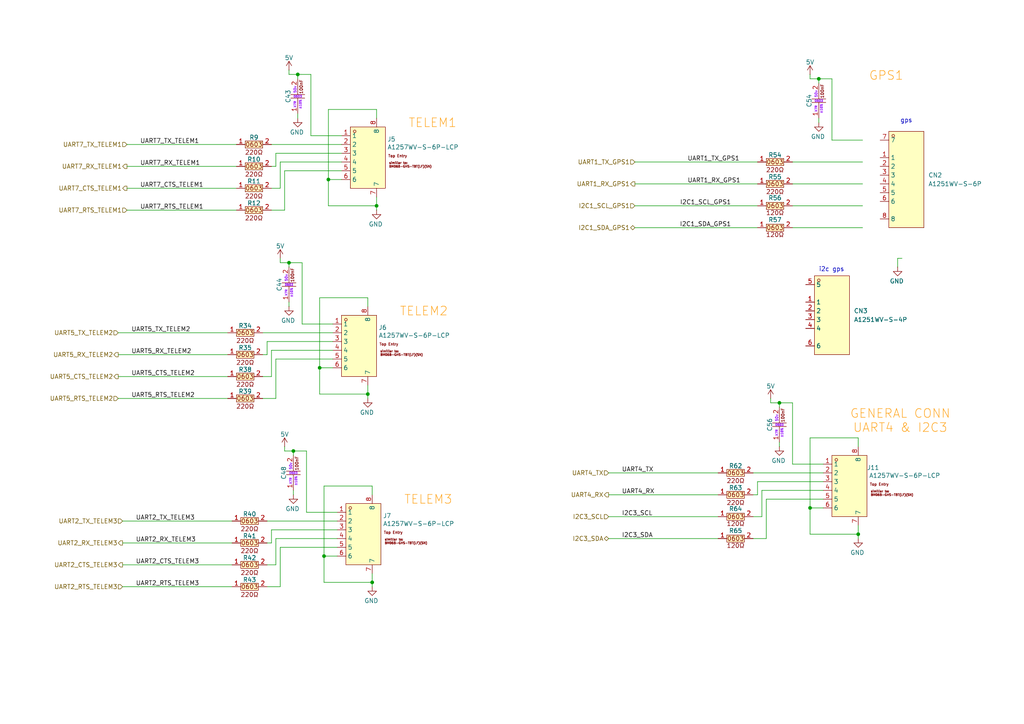
<source format=kicad_sch>
(kicad_sch (version 20250114) (generator "eeschema") (generator_version "9.0")
  (paper "A4")
  (text "TELEM1" (at 125.476 35.814 0) (effects (font (size 2.54 2.54))))
  (text "gps" (at 261.112 35.052 0) (effects (font (size 1.27 1.27)) (justify left)))
  (text "TELEM2" (at 122.936 90.424 0) (effects (font (size 2.54 2.54))))
  (text "GENERAL CONN\nUART4 & I2C3" (at 261.112 122.174 0) (effects (font (size 2.54 2.54))))
  (text "TELEM3" (at 124.206 145.034 0) (effects (font (size 2.54 2.54))))
  (text "buzzer" (at 405.892 47.752 0) (effects (font (size 1.27 1.27)) (justify left)))
  (text "i2c gps" (at 237.49 78.232 0) (effects (font (size 1.27 1.27)) (justify left)))
  (text "GPS2" (at 413.766 123.444 0) (effects (font (size 2.54 2.54))))
  (text "I2C" (at 376.174 192.278 0) (effects (font (size 1.27 1.27))))
  (text "GPS1" (at 257.048 22.098 0) (effects (font (size 2.54 2.54))))
  (text "Switch" (at 432.308 2.032 0) (effects (font (size 1.27 1.27)) (justify left)))
  (junction (at 397.51 147.32))
  (junction (at 85.09 130.81))
  (junction (at 377.19 90.17))
  (junction (at 248.92 154.94))
  (junction (at 374.65 109.22))
  (junction (at 226.06 116.84))
  (junction (at 95.25 52.07))
  (junction (at 93.98 161.29))
  (junction (at 396.24 58.42))
  (junction (at 109.22 59.69))
  (junction (at 388.62 48.26))
  (junction (at 383.54 139.7))
  (junction (at 92.71 106.68))
  (junction (at 86.36 21.59))
  (junction (at 234.95 147.32))
  (junction (at 396.24 71.12))
  (junction (at 363.22 77.47))
  (junction (at 107.95 168.91))
  (junction (at 106.68 114.3))
  (junction (at 83.82 76.2))
  (junction (at 237.49 22.86))
  (no_connect (at 365.76 200.66))
  (no_connect (at 365.76 182.88))
  (wire (pts (xy 383.54 139.7) (xy 387.35 139.7)))
  (wire (pts (xy 241.3 40.64) (xy 250.19 40.64)))
  (wire (pts (xy 78.74 153.67) (xy 97.79 153.67)))
  (wire (pts (xy 218.44 156.21) (xy 222.25 156.21)))
  (wire (pts (xy 80.01 115.57) (xy 80.01 104.14)))
  (wire (pts (xy 80.01 44.45) (xy 80.01 48.26)))
  (wire (pts (xy 325.12 135.89) (xy 356.87 135.89)))
  (wire (pts (xy 36.83 54.61) (xy 68.58 54.61)))
  (wire (pts (xy 95.25 52.07) (xy 99.06 52.07)))
  (wire (pts (xy 234.95 147.32) (xy 234.95 154.94)))
  (wire (pts (xy 85.09 142.24) (xy 85.09 143.51)))
  (wire (pts (xy 93.98 161.29) (xy 93.98 168.91)))
  (wire (pts (xy 218.44 137.16) (xy 238.76 137.16)))
  (wire (pts (xy 237.49 22.86) (xy 237.49 24.13)))
  (wire (pts (xy 86.36 21.59) (xy 86.36 22.86)))
  (wire (pts (xy 109.22 34.29) (xy 109.22 31.75)))
  (wire (pts (xy 394.97 12.7) (xy 415.29 12.7)))
  (wire (pts (xy 248.92 152.4) (xy 248.92 154.94)))
  (wire (pts (xy 349.25 6.35) (xy 384.81 6.35)))
  (wire (pts (xy 368.3 132.08) (xy 368.3 135.89)))
  (wire (pts (xy 81.28 46.99) (xy 81.28 54.61)))
  (wire (pts (xy 401.32 63.5) (xy 403.86 63.5)))
  (wire (pts (xy 388.62 58.42) (xy 396.24 58.42)))
  (wire (pts (xy 176.53 149.86) (xy 208.28 149.86)))
  (wire (pts (xy 34.29 96.52) (xy 66.04 96.52)))
  (wire (pts (xy 92.71 86.36) (xy 92.71 106.68)))
  (wire (pts (xy 184.15 46.99) (xy 219.71 46.99)))
  (wire (pts (xy 331.47 77.47) (xy 346.71 77.47)))
  (wire (pts (xy 397.51 119.38) (xy 383.54 119.38)))
  (wire (pts (xy 226.06 128.27) (xy 226.06 129.54)))
  (wire (pts (xy 374.65 109.22) (xy 378.46 109.22)))
  (wire (pts (xy 377.19 91.44) (xy 377.19 90.17)))
  (wire (pts (xy 81.28 170.18) (xy 81.28 158.75)))
  (wire (pts (xy 109.22 59.69) (xy 109.22 60.96)))
  (wire (pts (xy 81.28 76.2) (xy 83.82 76.2)))
  (wire (pts (xy 397.51 121.92) (xy 397.51 119.38)))
  (wire (pts (xy 248.92 127) (xy 234.95 127)))
  (wire (pts (xy 396.24 58.42) (xy 401.32 58.42)))
  (wire (pts (xy 93.98 140.97) (xy 93.98 161.29)))
  (wire (pts (xy 377.19 72.39) (xy 377.19 71.12)))
  (wire (pts (xy 106.68 114.3) (xy 106.68 115.57)))
  (wire (pts (xy 82.55 129.54) (xy 82.55 130.81)))
  (wire (pts (xy 325.12 129.54) (xy 356.87 129.54)))
  (wire (pts (xy 248.92 129.54) (xy 248.92 127)))
  (wire (pts (xy 229.87 53.34) (xy 250.19 53.34)))
  (wire (pts (xy 410.21 57.15) (xy 410.21 58.42)))
  (wire (pts (xy 234.95 127) (xy 234.95 147.32)))
  (wire (pts (xy 80.01 44.45) (xy 99.06 44.45)))
  (wire (pts (xy 325.12 142.24) (xy 356.87 142.24)))
  (wire (pts (xy 234.95 22.86) (xy 237.49 22.86)))
  (wire (pts (xy 383.54 48.26) (xy 383.54 49.53)))
  (wire (pts (xy 370.84 148.59) (xy 370.84 137.16)))
  (wire (pts (xy 363.22 77.47) (xy 363.22 78.74)))
  (wire (pts (xy 83.82 21.59) (xy 86.36 21.59)))
  (wire (pts (xy 76.2 96.52) (xy 96.52 96.52)))
  (wire (pts (xy 325.12 148.59) (xy 356.87 148.59)))
  (wire (pts (xy 349.25 25.4) (xy 384.81 25.4)))
  (wire (pts (xy 109.22 31.75) (xy 95.25 31.75)))
  (wire (pts (xy 220.98 142.24) (xy 220.98 149.86)))
  (wire (pts (xy 80.01 156.21) (xy 97.79 156.21)))
  (wire (pts (xy 367.03 142.24) (xy 369.57 142.24)))
  (wire (pts (xy 226.06 116.84) (xy 226.06 118.11)))
  (wire (pts (xy 34.29 102.87) (xy 66.04 102.87)))
  (wire (pts (xy 220.98 142.24) (xy 238.76 142.24)))
  (wire (pts (xy 76.2 109.22) (xy 78.74 109.22)))
  (wire (pts (xy 377.19 90.17) (xy 377.19 82.55)))
  (wire (pts (xy 349.25 19.05) (xy 384.81 19.05)))
  (wire (pts (xy 260.35 77.47) (xy 260.35 74.93)))
  (wire (pts (xy 222.25 144.78) (xy 238.76 144.78)))
  (wire (pts (xy 86.36 33.02) (xy 86.36 34.29)))
  (wire (pts (xy 383.54 119.38) (xy 383.54 139.7)))
  (wire (pts (xy 223.52 116.84) (xy 226.06 116.84)))
  (wire (pts (xy 241.3 22.86) (xy 241.3 40.64)))
  (wire (pts (xy 107.95 168.91) (xy 107.95 170.18)))
  (wire (pts (xy 107.95 143.51) (xy 107.95 140.97)))
  (wire (pts (xy 86.36 21.59) (xy 90.17 21.59)))
  (wire (pts (xy 92.71 106.68) (xy 92.71 114.3)))
  (wire (pts (xy 383.54 60.96) (xy 383.54 59.69)))
  (wire (pts (xy 34.29 115.57) (xy 66.04 115.57)))
  (wire (pts (xy 396.24 58.42) (xy 396.24 59.69)))
  (wire (pts (xy 378.46 109.22) (xy 378.46 127)))
  (wire (pts (xy 388.62 48.26) (xy 383.54 48.26)))
  (wire (pts (xy 388.62 48.26) (xy 388.62 58.42)))
  (wire (pts (xy 85.09 130.81) (xy 88.9 130.81)))
  (wire (pts (xy 349.25 12.7) (xy 384.81 12.7)))
  (wire (pts (xy 176.53 137.16) (xy 208.28 137.16)))
  (wire (pts (xy 78.74 153.67) (xy 78.74 157.48)))
  (wire (pts (xy 363.22 88.9) (xy 363.22 90.17)))
  (wire (pts (xy 35.56 157.48) (xy 67.31 157.48)))
  (wire (pts (xy 95.25 59.69) (xy 109.22 59.69)))
  (wire (pts (xy 383.54 139.7) (xy 383.54 147.32)))
  (wire (pts (xy 77.47 99.06) (xy 96.52 99.06)))
  (wire (pts (xy 83.82 76.2) (xy 87.63 76.2)))
  (wire (pts (xy 80.01 104.14) (xy 96.52 104.14)))
  (wire (pts (xy 396.24 71.12) (xy 401.32 71.12)))
  (wire (pts (xy 378.46 127) (xy 387.35 127)))
  (wire (pts (xy 219.71 139.7) (xy 219.71 143.51)))
  (wire (pts (xy 334.01 190.5) (xy 365.76 190.5)))
  (wire (pts (xy 229.87 46.99) (xy 250.19 46.99)))
  (wire (pts (xy 78.74 41.91) (xy 99.06 41.91)))
  (wire (pts (xy 83.82 87.63) (xy 83.82 88.9)))
  (wire (pts (xy 77.47 163.83) (xy 80.01 163.83)))
  (wire (pts (xy 35.56 163.83) (xy 67.31 163.83)))
  (wire (pts (xy 374.65 109.22) (xy 374.65 110.49)))
  (wire (pts (xy 80.01 48.26) (xy 78.74 48.26)))
  (wire (pts (xy 237.49 34.29) (xy 237.49 35.56)))
  (wire (pts (xy 218.44 149.86) (xy 220.98 149.86)))
  (wire (pts (xy 77.47 170.18) (xy 81.28 170.18)))
  (wire (pts (xy 34.29 109.22) (xy 66.04 109.22)))
  (wire (pts (xy 374.65 120.65) (xy 374.65 121.92)))
  (wire (pts (xy 397.51 144.78) (xy 397.51 147.32)))
  (wire (pts (xy 410.21 72.39) (xy 410.21 71.12)))
  (wire (pts (xy 234.95 147.32) (xy 238.76 147.32)))
  (wire (pts (xy 394.97 6.35) (xy 415.29 6.35)))
  (wire (pts (xy 92.71 106.68) (xy 96.52 106.68)))
  (wire (pts (xy 401.32 71.12) (xy 401.32 66.04)))
  (wire (pts (xy 82.55 130.81) (xy 85.09 130.81)))
  (wire (pts (xy 359.41 195.58) (xy 359.41 198.12)))
  (wire (pts (xy 81.28 46.99) (xy 99.06 46.99)))
  (wire (pts (xy 222.25 156.21) (xy 222.25 144.78)))
  (wire (pts (xy 369.57 77.47) (xy 363.22 77.47)))
  (wire (pts (xy 92.71 114.3) (xy 106.68 114.3)))
  (wire (pts (xy 369.57 134.62) (xy 369.57 142.24)))
  (wire (pts (xy 78.74 101.6) (xy 96.52 101.6)))
  (wire (pts (xy 88.9 130.81) (xy 88.9 148.59)))
  (wire (pts (xy 82.55 60.96) (xy 82.55 49.53)))
  (wire (pts (xy 35.56 151.13) (xy 67.31 151.13)))
  (wire (pts (xy 401.32 66.04) (xy 403.86 66.04)))
  (wire (pts (xy 78.74 54.61) (xy 81.28 54.61)))
  (wire (pts (xy 80.01 156.21) (xy 80.01 163.83)))
  (wire (pts (xy 226.06 116.84) (xy 229.87 116.84)))
  (wire (pts (xy 85.09 130.81) (xy 85.09 132.08)))
  (wire (pts (xy 388.62 48.26) (xy 388.62 46.99)))
  (wire (pts (xy 87.63 93.98) (xy 96.52 93.98)))
  (wire (pts (xy 90.17 21.59) (xy 90.17 39.37)))
  (wire (pts (xy 184.15 53.34) (xy 219.71 53.34)))
  (wire (pts (xy 383.54 147.32) (xy 397.51 147.32)))
  (wire (pts (xy 93.98 168.91) (xy 107.95 168.91)))
  (wire (pts (xy 184.15 59.69) (xy 219.71 59.69)))
  (wire (pts (xy 88.9 148.59) (xy 97.79 148.59)))
  (wire (pts (xy 36.83 41.91) (xy 68.58 41.91)))
  (wire (pts (xy 78.74 60.96) (xy 82.55 60.96)))
  (wire (pts (xy 372.11 109.22) (xy 374.65 109.22)))
  (wire (pts (xy 237.49 22.86) (xy 241.3 22.86)))
  (wire (pts (xy 370.84 137.16) (xy 387.35 137.16)))
  (wire (pts (xy 106.68 88.9) (xy 106.68 86.36)))
  (wire (pts (xy 359.41 195.58) (xy 365.76 195.58)))
  (wire (pts (xy 95.25 52.07) (xy 95.25 59.69)))
  (wire (pts (xy 109.22 57.15) (xy 109.22 59.69)))
  (wire (pts (xy 334.01 187.96) (xy 365.76 187.96)))
  (wire (pts (xy 396.24 69.85) (xy 396.24 71.12)))
  (wire (pts (xy 367.03 129.54) (xy 387.35 129.54)))
  (wire (pts (xy 93.98 161.29) (xy 97.79 161.29)))
  (wire (pts (xy 401.32 58.42) (xy 401.32 63.5)))
  (wire (pts (xy 363.22 90.17) (xy 377.19 90.17)))
  (wire (pts (xy 377.19 71.12) (xy 396.24 71.12)))
  (wire (pts (xy 367.03 148.59) (xy 370.84 148.59)))
  (wire (pts (xy 219.71 143.51) (xy 218.44 143.51)))
  (wire (pts (xy 90.17 39.37) (xy 99.06 39.37)))
  (wire (pts (xy 219.71 139.7) (xy 238.76 139.7)))
  (wire (pts (xy 397.51 147.32) (xy 397.51 148.59)))
  (wire (pts (xy 77.47 151.13) (xy 97.79 151.13)))
  (wire (pts (xy 77.47 99.06) (xy 77.47 102.87)))
  (wire (pts (xy 76.2 115.57) (xy 80.01 115.57)))
  (wire (pts (xy 234.95 21.59) (xy 234.95 22.86)))
  (wire (pts (xy 351.79 196.85) (xy 351.79 198.12)))
  (wire (pts (xy 368.3 132.08) (xy 387.35 132.08)))
  (wire (pts (xy 355.6 193.04) (xy 365.76 193.04)))
  (wire (pts (xy 229.87 59.69) (xy 250.19 59.69)))
  (wire (pts (xy 78.74 101.6) (xy 78.74 109.22)))
  (wire (pts (xy 77.47 102.87) (xy 76.2 102.87)))
  (wire (pts (xy 36.83 60.96) (xy 68.58 60.96)))
  (wire (pts (xy 36.83 48.26) (xy 68.58 48.26)))
  (wire (pts (xy 394.97 25.4) (xy 415.29 25.4)))
  (wire (pts (xy 223.52 115.57) (xy 223.52 116.84)))
  (wire (pts (xy 106.68 111.76) (xy 106.68 114.3)))
  (wire (pts (xy 356.87 77.47) (xy 363.22 77.47)))
  (wire (pts (xy 107.95 140.97) (xy 93.98 140.97)))
  (wire (pts (xy 229.87 116.84) (xy 229.87 134.62)))
  (wire (pts (xy 229.87 134.62) (xy 238.76 134.62)))
  (wire (pts (xy 260.35 74.93) (xy 261.62 74.93)))
  (wire (pts (xy 372.11 107.95) (xy 372.11 109.22)))
  (wire (pts (xy 369.57 134.62) (xy 387.35 134.62)))
  (wire (pts (xy 87.63 76.2) (xy 87.63 93.98)))
  (wire (pts (xy 351.79 198.12) (xy 355.6 198.12)))
  (wire (pts (xy 107.95 166.37) (xy 107.95 168.91)))
  (wire (pts (xy 176.53 156.21) (xy 208.28 156.21)))
  (wire (pts (xy 234.95 154.94) (xy 248.92 154.94)))
  (wire (pts (xy 82.55 49.53) (xy 99.06 49.53)))
  (wire (pts (xy 83.82 20.32) (xy 83.82 21.59)))
  (wire (pts (xy 368.3 135.89) (xy 367.03 135.89)))
  (wire (pts (xy 35.56 170.18) (xy 67.31 170.18)))
  (wire (pts (xy 248.92 154.94) (xy 248.92 156.21)))
  (wire (pts (xy 176.53 143.51) (xy 208.28 143.51)))
  (wire (pts (xy 81.28 74.93) (xy 81.28 76.2)))
  (wire (pts (xy 106.68 86.36) (xy 92.71 86.36)))
  (wire (pts (xy 95.25 31.75) (xy 95.25 52.07)))
  (wire (pts (xy 394.97 19.05) (xy 415.29 19.05)))
  (wire (pts (xy 78.74 157.48) (xy 77.47 157.48)))
  (wire (pts (xy 83.82 76.2) (xy 83.82 77.47)))
  (wire (pts (xy 355.6 198.12) (xy 355.6 193.04)))
  (wire (pts (xy 81.28 158.75) (xy 97.79 158.75)))
  (wire (pts (xy 184.15 66.04) (xy 219.71 66.04)))
  (wire (pts (xy 229.87 66.04) (xy 250.19 66.04)))
  (label "UART5_TX_TELEM2" (at 38.1 96.52 0))
  (label "UART2_RTS_TELEM3" (at 39.37 170.18 0))
  (label "UART1_RX_GPS1" (at 199.39 53.34 0))
  (label "UART7_CTS_TELEM1" (at 40.64 54.61 0))
  (label "I2C3_SDA" (at 180.34 156.21 0))
  (label "UART7_TX_TELEM1" (at 40.64 41.91 0))
  (label "I2C1_SCL_GPS1" (at 212.09 59.69 180))
  (label "FMU_nSAFETY_SWITCH_LED_OUT" (at 383.54 19.05 180))
  (label "UART7_RTS_TELEM1" (at 40.64 60.96 0))
  (label "UART1_TX_GPS1" (at 199.39 46.99 0))
  (label "UART8_TX_GPS2" (at 332.74 129.54 0))
  (label "UART5_CTS_TELEM2" (at 38.1 109.22 0))
  (label "UART5_RX_TELEM2" (at 38.1 102.87 0))
  (label "BUZZER_1" (at 342.9 77.47 180))
  (label "IO_SAFETY_SWITCH_IN" (at 360.68 12.7 0))
  (label "UART2_RX_TELEM3" (at 39.37 157.48 0))
  (label "UART2_CTS_TELEM3" (at 39.37 163.83 0))
  (label "I2C2_SDA_GPS2" (at 332.74 148.59 0))
  (label "UART7_RX_TELEM1" (at 40.64 48.26 0))
  (label "I2C3_SDA" (at 354.33 190.5 0))
  (label "FMU_SAFETY_SWITCH_IN" (at 383.54 6.35 180))
  (label "UART4_TX" (at 180.34 137.16 0))
  (label "I2C3_SCL" (at 180.34 149.86 0))
  (label "UART8_RX_GPS2" (at 332.74 135.89 0))
  (label "I2C2_SCL_GPS2" (at 332.74 142.24 0))
  (label "UART2_TX_TELEM3" (at 39.37 151.13 0))
  (label "I2C3_SCL" (at 354.33 187.96 0))
  (label "IO_NSAFETY_SWITCH_LED_OUT" (at 355.6 25.4 0))
  (label "UART5_RTS_TELEM2" (at 38.1 115.57 0))
  (label "UART4_RX" (at 180.34 143.51 0))
  (label "I2C1_SDA_GPS1" (at 212.09 66.04 180))
  (hierarchical_label "UART2_RTS_TELEM3" (shape input) (at 35.56 170.18 180))
  (hierarchical_label "UART7_RX_TELEM1" (shape output) (at 36.83 48.26 180))
  (hierarchical_label "FMU_SAFETY_SWITCH_IN" (shape output) (at 349.25 6.35 180))
  (hierarchical_label "IO_SAFETY_SWITCH_IN" (shape output) (at 349.25 12.7 180))
  (hierarchical_label "UART5_TX_TELEM2" (shape input) (at 34.29 96.52 180))
  (hierarchical_label "UART1_RX_GPS1" (shape output) (at 184.15 53.34 180))
  (hierarchical_label "UART8_RX_GPS2" (shape output) (at 325.12 135.89 180))
  (hierarchical_label "IO_NSAFETY_SWITCH_LED_OUT" (shape input) (at 349.25 25.4 180))
  (hierarchical_label "UART5_RX_TELEM2" (shape output) (at 34.29 102.87 180))
  (hierarchical_label "I2C3_SDA" (shape bidirectional) (at 176.53 156.21 180))
  (hierarchical_label "UART2_TX_TELEM3" (shape input) (at 35.56 151.13 180))
  (hierarchical_label "BUZZER_1" (shape input) (at 331.47 77.47 180))
  (hierarchical_label "I2C2_SDA_GPS2" (shape bidirectional) (at 325.12 148.59 180))
  (hierarchical_label "UART4_TX" (shape input) (at 176.53 137.16 180))
  (hierarchical_label "I2C3_SCL" (shape input) (at 176.53 149.86 180))
  (hierarchical_label "UART2_CTS_TELEM3" (shape output) (at 35.56 163.83 180))
  (hierarchical_label "UART5_CTS_TELEM2" (shape output) (at 34.29 109.22 180))
  (hierarchical_label "I2C2_SCL_GPS2" (shape input) (at 325.12 142.24 180))
  (hierarchical_label "I2C1_SCL_GPS1" (shape input) (at 184.15 59.69 180))
  (hierarchical_label "UART7_TX_TELEM1" (shape input) (at 36.83 41.91 180))
  (hierarchical_label "I2C1_SDA_GPS1" (shape bidirectional) (at 184.15 66.04 180))
  (hierarchical_label "UART7_CTS_TELEM1" (shape output) (at 36.83 54.61 180))
  (hierarchical_label "UART7_RTS_TELEM1" (shape input) (at 36.83 60.96 180))
  (hierarchical_label "FMU_nSAFETY_SWITCH_LED_OUT" (shape input) (at 349.25 19.05 180))
  (hierarchical_label "UART1_TX_GPS1" (shape input) (at 184.15 46.99 180))
  (hierarchical_label "UART2_RX_TELEM3" (shape output) (at 35.56 157.48 180))
  (hierarchical_label "UART8_TX_GPS2" (shape input) (at 325.12 129.54 180))
  (hierarchical_label "UART4_RX" (shape output) (at 176.53 143.51 180))
  (hierarchical_label "UART5_RTS_TELEM2" (shape input) (at 34.29 115.57 180))
  (symbol (lib_id "lampelKicadLIB:0603WAF2200T5E (220ohm  , 0603)") (at 361.95 148.59 0) (unit 1)
    (property "Reference" "R49" (at 361.95 146.558 0))
    (property "Value" "0603WAF2200T5E (220ohm  , 0603)" (effects (hide yes)))
    (property "Footprint" "easyeda2kicad:R0603" (effects (hide yes)))
    (property "Datasheet" "https://lcsc.com/product-detail/Chip-Resistor-Surface-Mount-UniOhm_220R-2200-1_C22962.html" (effects (hide yes)))
    (property "Description" "220Ω ±1% 100mW 0603 Thick Film Resistor" (effects (hide yes)))
    (property "LCSC Part" "C22962" (effects (hide yes)))
  )
  (symbol (lib_id "lampelKicadLIB:0603WAF2200T5E (220ohm  , 0603)") (at 72.39 163.83 0) (unit 1)
    (property "Reference" "R42" (at 72.39 161.798 0))
    (property "Value" "0603WAF2200T5E (220ohm  , 0603)" (effects (hide yes)))
    (property "Footprint" "easyeda2kicad:R0603" (effects (hide yes)))
    (property "Datasheet" "https://lcsc.com/product-detail/Chip-Resistor-Surface-Mount-UniOhm_220R-2200-1_C22962.html" (effects (hide yes)))
    (property "Description" "220Ω ±1% 100mW 0603 Thick Film Resistor" (effects (hide yes)))
    (property "LCSC Part" "C22962" (effects (hide yes)))
  )
  (symbol (lib_id "power:VDD") (at 82.55 129.54 0) (mirror y) (unit 1)
    (property "Reference" "#PWR0110" (effects (hide yes)))
    (property "Value" "5V" (at 82.55 125.984 0))
    (property "Description" "Power symbol creates a global label with name \"VDD\"" (effects (hide yes)))
  )
  (symbol (lib_id "lampelKicadLIB:0603WAF2200T5E (220ohm  , 0603)") (at 361.95 129.54 0) (unit 1)
    (property "Reference" "R46" (at 361.95 127.508 0))
    (property "Value" "0603WAF2200T5E (220ohm  , 0603)" (effects (hide yes)))
    (property "Footprint" "easyeda2kicad:R0603" (effects (hide yes)))
    (property "Datasheet" "https://lcsc.com/product-detail/Chip-Resistor-Surface-Mount-UniOhm_220R-2200-1_C22962.html" (effects (hide yes)))
    (property "Description" "220Ω ±1% 100mW 0603 Thick Film Resistor" (effects (hide yes)))
    (property "LCSC Part" "C22962" (effects (hide yes)))
  )
  (symbol (lib_id "lampelKicadLIB:0603WAF1200T5E (120ohm,0603)") (at 224.79 59.69 0) (unit 1)
    (property "Reference" "R56" (at 224.79 57.404 0))
    (property "Value" "603WAF1200T5E" (effects (hide yes)))
    (property "Footprint" "easyeda2kicad:R0603" (effects (hide yes)))
    (property "Datasheet" "https://lcsc.com/product-detail/Chip-Resistor-Surface-Mount-UniOhm_120R-1200-1_C22787.html" (effects (hide yes)))
    (property "Description" "120Ω ±1% 100mW 0603 Thick Film Resistor" (effects (hide yes)))
    (property "LCSC Part" "C22787" (effects (hide yes)))
  )
  (symbol (lib_id "easyeda2kicad:0603WAF1002T5E") (at 363.22 83.82 90) (unit 1)
    (property "Reference" "R94" (at 364.49 83.058 90) (effects (justify right)))
    (property "Value" "0603WAF1002T5E" (effects (hide yes)))
    (property "Footprint" "easyeda2kicad:R0603" (effects (hide yes)))
    (property "Datasheet" "https://lcsc.com/product-detail/Chip-Resistor-Surface-Mount-UniOhm_10KR-1002-1_C25804.html" (effects (hide yes)))
    (property "Description" "10k" (at 366.268 84.836 90))
    (property "LCSC Part" "C25804" (effects (hide yes)))
    (property "Field6" "0603" (at 363.22 83.82 0))
  )
  (symbol (lib_id "lampelKicadLIB:CC0603KRX7R9BB104 (100nf , 0603 ,50v ,X7R)") (at 374.65 115.57 90) (unit 1)
    (property "Reference" "C53" (at 371.856 115.57 0))
    (property "Value" "CC0603KRX7R9BB104 (100nf , 0603 ,50v ,X7R)" (effects (hide yes)))
    (property "Footprint" "easyeda2kicad:C0603" (effects (hide yes)))
    (property "Datasheet" "https://lcsc.com/product-detail/Multilayer-Ceramic-Capacitors-MLCC-SMD-SMT_100nF-104-10-50V_C14663.html" (effects (hide yes)))
    (property "Description" "100nF ±10% 50V Ceramic Capacitor X7R 0603" (effects (hide yes)))
    (property "LCSC Part" "C14663" (effects (hide yes)))
  )
  (symbol (lib_id "lampelKicadLIB:HCZZ0494-2") (at 408.94 64.77 0) (unit 1)
    (property "Reference" "J3" (at 412.75 63.4999 0) (effects (justify left)))
    (property "Value" "HCZZ0494-2" (at 412.75 66.0399 0) (effects (justify left)))
    (property "Footprint" "easyeda2kicad:CONN-SMD_HCZZ0494-2" (effects (hide yes)))
    (property "Datasheet" "https://www.lcsc.com/product-detail/C7433498.html" (effects (hide yes)))
    (property "Description" "Connector Header 2 position 1.25mm Pitch 1A Surface Mount,Vertical -25℃~+85℃" (effects (hide yes)))
    (property "LCSC Part" "C7433498" (effects (hide yes)))
  )
  (symbol (lib_id "lampelKicadLIB:0603WAF1200T5E (120ohm,0603)") (at 213.36 156.21 0) (unit 1)
    (property "Reference" "R65" (at 213.36 153.924 0))
    (property "Value" "603WAF1200T5E" (effects (hide yes)))
    (property "Footprint" "easyeda2kicad:R0603" (effects (hide yes)))
    (property "Datasheet" "https://lcsc.com/product-detail/Chip-Resistor-Surface-Mount-UniOhm_120R-1200-1_C22787.html" (effects (hide yes)))
    (property "Description" "120Ω ±1% 100mW 0603 Thick Film Resistor" (effects (hide yes)))
    (property "LCSC Part" "C22787" (effects (hide yes)))
  )
  (symbol (lib_id "lampelKicadLIB:0603WAF2200T5E (220ohm  , 0603)") (at 213.36 143.51 0) (unit 1)
    (property "Reference" "R63" (at 213.36 141.478 0))
    (property "Value" "0603WAF2200T5E (220ohm  , 0603)" (effects (hide yes)))
    (property "Footprint" "easyeda2kicad:R0603" (effects (hide yes)))
    (property "Datasheet" "https://lcsc.com/product-detail/Chip-Resistor-Surface-Mount-UniOhm_220R-2200-1_C22962.html" (effects (hide yes)))
    (property "Description" "220Ω ±1% 100mW 0603 Thick Film Resistor" (effects (hide yes)))
    (property "LCSC Part" "C22962" (effects (hide yes)))
  )
  (symbol (lib_id "lampelKicadLIB:0603WAF2200T5E (220ohm  , 0603)") (at 72.39 170.18 0) (unit 1)
    (property "Reference" "R43" (at 72.39 168.148 0))
    (property "Value" "0603WAF2200T5E (220ohm  , 0603)" (effects (hide yes)))
    (property "Footprint" "easyeda2kicad:R0603" (effects (hide yes)))
    (property "Datasheet" "https://lcsc.com/product-detail/Chip-Resistor-Surface-Mount-UniOhm_220R-2200-1_C22962.html" (effects (hide yes)))
    (property "Description" "220Ω ±1% 100mW 0603 Thick Film Resistor" (effects (hide yes)))
    (property "LCSC Part" "C22962" (effects (hide yes)))
  )
  (symbol (lib_id "power:VDD") (at 388.62 46.99 0) (unit 1)
    (property "Reference" "#PWR0175" (effects (hide yes)))
    (property "Value" "3V3" (at 388.62 43.434 0))
    (property "Description" "Power symbol creates a global label with name \"VDD\"" (effects (hide yes)))
  )
  (symbol (lib_id "lampelKicadLIB:A1251WV-S-3P") (at 434.34 15.24 0) (unit 1)
    (property "Reference" "CN1" (at 441.96 13.9699 0) (effects (justify left)))
    (property "Value" "A1251WV-S-3P" (at 441.96 16.5099 0) (effects (justify left)))
    (property "Footprint" "easyeda2kicad:CONN-SMD_3P-P1.25_A1251WV-S-3P" (effects (hide yes)))
    (property "Datasheet" "https://www.lcsc.com/product-detail/C225105.html" (effects (hide yes)))
    (property "Description" "Connector Header 3 position 1.25mm Pitch" (effects (hide yes)))
    (property "LCSC Part" "C225105" (effects (hide yes)))
  )
  (symbol (lib_id "lampelKicadLIB:0603WAF2200T5E (220ohm  , 0603)") (at 71.12 109.22 0) (unit 1)
    (property "Reference" "R38" (at 71.12 107.188 0))
    (property "Value" "0603WAF2200T5E (220ohm  , 0603)" (effects (hide yes)))
    (property "Footprint" "easyeda2kicad:R0603" (effects (hide yes)))
    (property "Datasheet" "https://lcsc.com/product-detail/Chip-Resistor-Surface-Mount-UniOhm_220R-2200-1_C22962.html" (effects (hide yes)))
    (property "Description" "220Ω ±1% 100mW 0603 Thick Film Resistor" (effects (hide yes)))
    (property "LCSC Part" "C22962" (effects (hide yes)))
  )
  (symbol (lib_id "power:GND") (at 377.19 91.44 0) (mirror y) (unit 1)
    (property "Reference" "#PWR0177" (effects (hide yes)))
    (property "Value" "GND" (at 376.936 95.504 0))
    (property "Description" "Power symbol creates a global label with name \"GND\" , ground" (effects (hide yes)))
  )
  (symbol (lib_id "power:VDD") (at 351.79 196.85 0) (mirror y) (unit 1)
    (property "Reference" "#PWR0139" (effects (hide yes)))
    (property "Value" "3V3" (at 351.79 193.294 0))
    (property "Description" "Power symbol creates a global label with name \"VDD\"" (effects (hide yes)))
  )
  (symbol (lib_id "lampelKicadLIB:CC0603KRX7R9BB104 (100nf , 0603 ,50v ,X7R)") (at 226.06 123.19 90) (unit 1)
    (property "Reference" "C56" (at 223.266 123.19 0))
    (property "Value" "CC0603KRX7R9BB104 (100nf , 0603 ,50v ,X7R)" (effects (hide yes)))
    (property "Footprint" "easyeda2kicad:C0603" (effects (hide yes)))
    (property "Datasheet" "https://lcsc.com/product-detail/Multilayer-Ceramic-Capacitors-MLCC-SMD-SMT_100nF-104-10-50V_C14663.html" (effects (hide yes)))
    (property "Description" "100nF ±10% 50V Ceramic Capacitor X7R 0603" (effects (hide yes)))
    (property "LCSC Part" "C14663" (effects (hide yes)))
  )
  (symbol (lib_id "lampelKicadLIB:0603WAF2200T5E (220ohm  , 0603)") (at 224.79 46.99 0) (unit 1)
    (property "Reference" "R54" (at 224.79 44.958 0))
    (property "Value" "0603WAF2200T5E (220ohm  , 0603)" (effects (hide yes)))
    (property "Footprint" "easyeda2kicad:R0603" (effects (hide yes)))
    (property "Datasheet" "https://lcsc.com/product-detail/Chip-Resistor-Surface-Mount-UniOhm_220R-2200-1_C22962.html" (effects (hide yes)))
    (property "Description" "220Ω ±1% 100mW 0603 Thick Film Resistor" (effects (hide yes)))
    (property "LCSC Part" "C22962" (effects (hide yes)))
  )
  (symbol (lib_id "lampelKicadLIB:0603WAF2200T5E (220ohm  , 0603)") (at 72.39 151.13 0) (unit 1)
    (property "Reference" "R40" (at 72.39 149.098 0))
    (property "Value" "0603WAF2200T5E (220ohm  , 0603)" (effects (hide yes)))
    (property "Footprint" "easyeda2kicad:R0603" (effects (hide yes)))
    (property "Datasheet" "https://lcsc.com/product-detail/Chip-Resistor-Surface-Mount-UniOhm_220R-2200-1_C22962.html" (effects (hide yes)))
    (property "Description" "220Ω ±1% 100mW 0603 Thick Film Resistor" (effects (hide yes)))
    (property "LCSC Part" "C22962" (effects (hide yes)))
  )
  (symbol (lib_id "power:GND") (at 226.06 129.54 0) (mirror y) (unit 1)
    (property "Reference" "#PWR0137" (effects (hide yes)))
    (property "Value" "GND" (at 225.806 133.604 0))
    (property "Description" "Power symbol creates a global label with name \"GND\" , ground" (effects (hide yes)))
  )
  (symbol (lib_id "lampelKicadLIB:A1257WV-S-6P-LCP") (at 102.87 100.33 0) (unit 1)
    (property "Reference" "J6" (at 110.998 94.996 0))
    (property "Value" "A1257WV-S-6P-LCP" (at 120.142 97.282 0))
    (property "Footprint" "easyeda2kicad:CONN-SMD_A1257WV-S-6P" (effects (hide yes)))
    (property "Datasheet" "https://lcsc.com/product-detail/Connectors_Changjiang-Connectors-A1257WV-S-6P_C225122.html" (effects (hide yes)))
    (property "Description" "Connector Header 6 position 1.25mm Pitch" (effects (hide yes)))
    (property "LCSC Part" "C225122" (effects (hide yes)))
  )
  (symbol (lib_id "lampelKicadLIB:0603WAF1000T5E (100ohm , 0603)") (at 389.89 25.4 0) (unit 1)
    (property "Reference" "R61" (at 389.89 23.368 0))
    (property "Value" "603WAF1000T5E (100ohm , 0603)" (effects (hide yes)))
    (property "Footprint" "easyeda2kicad:R0603" (effects (hide yes)))
    (property "Datasheet" "https://lcsc.com/product-detail/Chip-Resistor-Surface-Mount-UniOhm_100R-1000-1_C22775.html" (effects (hide yes)))
    (property "Description" "100Ω ±1% 100mW 0603 Thick Film Resistor" (effects (hide yes)))
    (property "LCSC Part" "C22775" (effects (hide yes)))
  )
  (symbol (lib_id "lampelKicadLIB:A1257WV-S-6P-LCP") (at 105.41 45.72 0) (unit 1)
    (property "Reference" "J5" (at 113.538 40.386 0))
    (property "Value" "A1257WV-S-6P-LCP" (at 122.682 42.672 0))
    (property "Footprint" "easyeda2kicad:CONN-SMD_A1257WV-S-6P" (effects (hide yes)))
    (property "Datasheet" "https://lcsc.com/product-detail/Connectors_Changjiang-Connectors-A1257WV-S-6P_C225122.html" (effects (hide yes)))
    (property "Description" "Connector Header 6 position 1.25mm Pitch" (effects (hide yes)))
    (property "LCSC Part" "C225122" (effects (hide yes)))
  )
  (symbol (lib_id "lampelKicadLIB:1N4148WS_C917117") (at 396.24 64.77 90) (mirror x) (unit 1)
    (property "Reference" "D1" (at 392.684 65.532 90))
    (property "Value" "1N4148WS" (at 396.24 73.152 90))
    (property "Footprint" "easyeda2kicad:SOD-323_L1.8-W1.3-LS2.5-RD" (effects (hide yes)))
    (property "Datasheet" "https://www.lcsc.com/product-detail/C917117.html" (effects (hide yes)))
    (property "Description" "Diode Independent 75V 200mA Surface Mount SOD-323" (effects (hide yes)))
    (property "LCSC Part" "C917117" (effects (hide yes)))
  )
  (symbol (lib_id "lampelKicadLIB:0603WAF220JT5E (22ohm , 0603)") (at 389.89 6.35 0) (unit 1)
    (property "Reference" "R58" (at 389.89 4.318 0))
    (property "Value" "603WAF220JT5E (22ohm , 0603)" (effects (hide yes)))
    (property "Footprint" "easyeda2kicad:R0603" (effects (hide yes)))
    (property "Datasheet" "https://lcsc.com/product-detail/Chip-Resistor-Surface-Mount-UniOhm_22R-22R0-1_C23345.html" (effects (hide yes)))
    (property "Description" "22Ω ±1% 100mW 0603 Thick Film Resistor" (effects (hide yes)))
    (property "LCSC Part" "C23345" (effects (hide yes)))
  )
  (symbol (lib_id "power:VDD") (at 81.28 74.93 0) (mirror y) (unit 1)
    (property "Reference" "#PWR0109" (effects (hide yes)))
    (property "Value" "5V" (at 81.28 71.374 0))
    (property "Description" "Power symbol creates a global label with name \"VDD\"" (effects (hide yes)))
  )
  (symbol (lib_id "lampelKicadLIB:0603WAF2200T5E (220ohm  , 0603)") (at 351.79 77.47 0) (unit 1)
    (property "Reference" "R95" (at 351.79 75.438 0))
    (property "Value" "0603WAF2200T5E (220ohm  , 0603)" (effects (hide yes)))
    (property "Footprint" "easyeda2kicad:R0603" (effects (hide yes)))
    (property "Datasheet" "https://lcsc.com/product-detail/Chip-Resistor-Surface-Mount-UniOhm_220R-2200-1_C22962.html" (effects (hide yes)))
    (property "Description" "220Ω ±1% 100mW 0603 Thick Film Resistor" (effects (hide yes)))
    (property "LCSC Part" "C22962" (effects (hide yes)))
  )
  (symbol (lib_id "lampelKicadLIB:0603WAF2200T5E (220ohm  , 0603)") (at 361.95 142.24 0) (unit 1)
    (property "Reference" "R48" (at 361.95 140.208 0))
    (property "Value" "0603WAF2200T5E (220ohm  , 0603)" (effects (hide yes)))
    (property "Footprint" "easyeda2kicad:R0603" (effects (hide yes)))
    (property "Datasheet" "https://lcsc.com/product-detail/Chip-Resistor-Surface-Mount-UniOhm_220R-2200-1_C22962.html" (effects (hide yes)))
    (property "Description" "220Ω ±1% 100mW 0603 Thick Film Resistor" (effects (hide yes)))
    (property "LCSC Part" "C22962" (effects (hide yes)))
  )
  (symbol (lib_id "lampelKicadLIB:CC0603KRX7R9BB104 (100nf , 0603 ,50v ,X7R)") (at 237.49 29.21 90) (unit 1)
    (property "Reference" "C54" (at 234.696 29.21 0))
    (property "Value" "CC0603KRX7R9BB104 (100nf , 0603 ,50v ,X7R)" (effects (hide yes)))
    (property "Footprint" "easyeda2kicad:C0603" (effects (hide yes)))
    (property "Datasheet" "https://lcsc.com/product-detail/Multilayer-Ceramic-Capacitors-MLCC-SMD-SMT_100nF-104-10-50V_C14663.html" (effects (hide yes)))
    (property "Description" "100nF ±10% 50V Ceramic Capacitor X7R 0603" (effects (hide yes)))
    (property "LCSC Part" "C14663" (effects (hide yes)))
  )
  (symbol (lib_id "power:GND") (at 397.51 148.59 0) (mirror y) (unit 1)
    (property "Reference" "#PWR0119" (effects (hide yes)))
    (property "Value" "GND" (at 397.256 152.654 0))
    (property "Description" "Power symbol creates a global label with name \"GND\" , ground" (effects (hide yes)))
  )
  (symbol (lib_id "lampelKicadLIB:A1257WV-S-6P-LCP") (at 104.14 154.94 0) (unit 1)
    (property "Reference" "J7" (at 112.268 149.606 0))
    (property "Value" "A1257WV-S-6P-LCP" (at 121.412 151.892 0))
    (property "Footprint" "easyeda2kicad:CONN-SMD_A1257WV-S-6P" (effects (hide yes)))
    (property "Datasheet" "https://lcsc.com/product-detail/Connectors_Changjiang-Connectors-A1257WV-S-6P_C225122.html" (effects (hide yes)))
    (property "Description" "Connector Header 6 position 1.25mm Pitch" (effects (hide yes)))
    (property "LCSC Part" "C225122" (effects (hide yes)))
  )
  (symbol (lib_id "lampelKicadLIB:A1257WV-S-6P-LCP") (at 393.7 133.35 0) (unit 1)
    (property "Reference" "J8" (at 401.828 128.016 0))
    (property "Value" "A1257WV-S-6P-LCP" (at 410.972 130.302 0))
    (property "Footprint" "easyeda2kicad:CONN-SMD_A1257WV-S-6P" (effects (hide yes)))
    (property "Datasheet" "https://lcsc.com/product-detail/Connectors_Changjiang-Connectors-A1257WV-S-6P_C225122.html" (effects (hide yes)))
    (property "Description" "Connector Header 6 position 1.25mm Pitch" (effects (hide yes)))
    (property "LCSC Part" "C225122" (effects (hide yes)))
  )
  (symbol (lib_id "power:GND") (at 374.65 121.92 0) (mirror y) (unit 1)
    (property "Reference" "#PWR0118" (effects (hide yes)))
    (property "Value" "GND" (at 374.396 125.984 0))
    (property "Description" "Power symbol creates a global label with name \"GND\" , ground" (effects (hide yes)))
  )
  (symbol (lib_id "power:VDD") (at 372.11 107.95 0) (mirror y) (unit 1)
    (property "Reference" "#PWR0117" (effects (hide yes)))
    (property "Value" "5V" (at 372.11 104.394 0))
    (property "Description" "Power symbol creates a global label with name \"VDD\"" (effects (hide yes)))
  )
  (symbol (lib_id "lampelKicadLIB:0603WAF1200T5E (120ohm,0603)") (at 224.79 66.04 0) (unit 1)
    (property "Reference" "R57" (at 224.79 63.754 0))
    (property "Value" "603WAF1200T5E" (effects (hide yes)))
    (property "Footprint" "easyeda2kicad:R0603" (effects (hide yes)))
    (property "Datasheet" "https://lcsc.com/product-detail/Chip-Resistor-Surface-Mount-UniOhm_120R-1200-1_C22787.html" (effects (hide yes)))
    (property "Description" "120Ω ±1% 100mW 0603 Thick Film Resistor" (effects (hide yes)))
    (property "LCSC Part" "C22787" (effects (hide yes)))
  )
  (symbol (lib_id "power:GND") (at 260.35 77.47 0) (mirror y) (unit 1)
    (property "Reference" "#PWR0131" (effects (hide yes)))
    (property "Value" "GND" (at 260.096 81.534 0))
    (property "Description" "Power symbol creates a global label with name \"GND\" , ground" (effects (hide yes)))
  )
  (symbol (lib_id "lampelKicadLIB:0603WAF2200T5E (220ohm  , 0603)") (at 361.95 135.89 0) (unit 1)
    (property "Reference" "R47" (at 361.95 133.858 0))
    (property "Value" "0603WAF2200T5E (220ohm  , 0603)" (effects (hide yes)))
    (property "Footprint" "easyeda2kicad:R0603" (effects (hide yes)))
    (property "Datasheet" "https://lcsc.com/product-detail/Chip-Resistor-Surface-Mount-UniOhm_220R-2200-1_C22962.html" (effects (hide yes)))
    (property "Description" "220Ω ±1% 100mW 0603 Thick Film Resistor" (effects (hide yes)))
    (property "LCSC Part" "C22962" (effects (hide yes)))
  )
  (symbol (lib_id "lampelKicadLIB:0603WAF220JT5E (22ohm , 0603)") (at 389.89 12.7 0) (unit 1)
    (property "Reference" "R59" (at 389.89 10.668 0))
    (property "Value" "603WAF220JT5E (22ohm , 0603)" (effects (hide yes)))
    (property "Footprint" "easyeda2kicad:R0603" (effects (hide yes)))
    (property "Datasheet" "https://lcsc.com/product-detail/Chip-Resistor-Surface-Mount-UniOhm_22R-22R0-1_C23345.html" (effects (hide yes)))
    (property "Description" "22Ω ±1% 100mW 0603 Thick Film Resistor" (effects (hide yes)))
    (property "LCSC Part" "C23345" (effects (hide yes)))
  )
  (symbol (lib_id "lampelKicadLIB:CC0603KRX7R9BB104 (100nf , 0603 ,50v ,X7R)") (at 85.09 137.16 90) (unit 1)
    (property "Reference" "C48" (at 82.296 137.16 0))
    (property "Value" "CC0603KRX7R9BB104 (100nf , 0603 ,50v ,X7R)" (effects (hide yes)))
    (property "Footprint" "easyeda2kicad:C0603" (effects (hide yes)))
    (property "Datasheet" "https://lcsc.com/product-detail/Multilayer-Ceramic-Capacitors-MLCC-SMD-SMT_100nF-104-10-50V_C14663.html" (effects (hide yes)))
    (property "Description" "100nF ±10% 50V Ceramic Capacitor X7R 0603" (effects (hide yes)))
    (property "LCSC Part" "C14663" (effects (hide yes)))
  )
  (symbol (lib_id "lampelKicadLIB:0603WAF2200T5E (220ohm  , 0603)") (at 213.36 137.16 0) (unit 1)
    (property "Reference" "R62" (at 213.36 135.128 0))
    (property "Value" "0603WAF2200T5E (220ohm  , 0603)" (effects (hide yes)))
    (property "Footprint" "easyeda2kicad:R0603" (effects (hide yes)))
    (property "Datasheet" "https://lcsc.com/product-detail/Chip-Resistor-Surface-Mount-UniOhm_220R-2200-1_C22962.html" (effects (hide yes)))
    (property "Description" "220Ω ±1% 100mW 0603 Thick Film Resistor" (effects (hide yes)))
    (property "LCSC Part" "C22962" (effects (hide yes)))
  )
  (symbol (lib_id "lampelKicadLIB:0603WAF2200T5E (220ohm  , 0603)") (at 72.39 157.48 0) (unit 1)
    (property "Reference" "R41" (at 72.39 155.448 0))
    (property "Value" "0603WAF2200T5E (220ohm  , 0603)" (effects (hide yes)))
    (property "Footprint" "easyeda2kicad:R0603" (effects (hide yes)))
    (property "Datasheet" "https://lcsc.com/product-detail/Chip-Resistor-Surface-Mount-UniOhm_220R-2200-1_C22962.html" (effects (hide yes)))
    (property "Description" "220Ω ±1% 100mW 0603 Thick Film Resistor" (effects (hide yes)))
    (property "LCSC Part" "C22962" (effects (hide yes)))
  )
  (symbol (lib_id "lampelKicadLIB:0603WAF2200T5E (220ohm  , 0603)") (at 73.66 60.96 0) (unit 1)
    (property "Reference" "R12" (at 73.66 58.928 0))
    (property "Value" "0603WAF2200T5E (220ohm  , 0603)" (effects (hide yes)))
    (property "Footprint" "easyeda2kicad:R0603" (effects (hide yes)))
    (property "Datasheet" "https://lcsc.com/product-detail/Chip-Resistor-Surface-Mount-UniOhm_220R-2200-1_C22962.html" (effects (hide yes)))
    (property "Description" "220Ω ±1% 100mW 0603 Thick Film Resistor" (effects (hide yes)))
    (property "LCSC Part" "C22962" (effects (hide yes)))
  )
  (symbol (lib_id "lampelKicadLIB:A1251WV-S-6P") (at 261.62 52.07 0) (unit 1)
    (property "Reference" "CN2" (at 269.24 50.7999 0) (effects (justify left)))
    (property "Value" "A1251WV-S-6P" (at 269.24 53.3399 0) (effects (justify left)))
    (property "Footprint" "easyeda2kicad:CONN-SMD_6P-P1.25_A1251WV-S-6P" (effects (hide yes)))
    (property "Datasheet" "https://www.lcsc.com/product-detail/C225108.html" (effects (hide yes)))
    (property "Description" "Connector Header 6 position 1.25mm Pitch" (effects (hide yes)))
    (property "LCSC Part" "C225108" (effects (hide yes)))
  )
  (symbol (lib_id "power:GND") (at 85.09 143.51 0) (mirror y) (unit 1)
    (property "Reference" "#PWR0115" (effects (hide yes)))
    (property "Value" "GND" (at 84.836 147.574 0))
    (property "Description" "Power symbol creates a global label with name \"GND\" , ground" (effects (hide yes)))
  )
  (symbol (lib_id "power:GND") (at 248.92 156.21 0) (mirror y) (unit 1)
    (property "Reference" "#PWR0138" (effects (hide yes)))
    (property "Value" "GND" (at 248.666 160.274 0))
    (property "Description" "Power symbol creates a global label with name \"GND\" , ground" (effects (hide yes)))
  )
  (symbol (lib_id "lampelKicadLIB:A1251WV-S-4P") (at 240.03 91.44 0) (unit 1)
    (property "Reference" "CN3" (at 247.65 90.1699 0) (effects (justify left)))
    (property "Value" "A1251WV-S-4P" (at 247.65 92.7099 0) (effects (justify left)))
    (property "Footprint" "easyeda2kicad:CONN-SMD_4P-P1.25_A1251WV-S-4P" (effects (hide yes)))
    (property "Datasheet" "https://www.lcsc.com/product-detail/C225106.html" (effects (hide yes)))
    (property "Description" "Connector Header 4 position 1.25mm Pitch" (effects (hide yes)))
    (property "LCSC Part" "C225106" (effects (hide yes)))
  )
  (symbol (lib_id "lampelKicadLIB:0603WAF1200T5E (120ohm,0603)") (at 213.36 149.86 0) (unit 1)
    (property "Reference" "R64" (at 213.36 147.574 0))
    (property "Value" "603WAF1200T5E" (effects (hide yes)))
    (property "Footprint" "easyeda2kicad:R0603" (effects (hide yes)))
    (property "Datasheet" "https://lcsc.com/product-detail/Chip-Resistor-Surface-Mount-UniOhm_120R-1200-1_C22787.html" (effects (hide yes)))
    (property "Description" "120Ω ±1% 100mW 0603 Thick Film Resistor" (effects (hide yes)))
    (property "LCSC Part" "C22787" (effects (hide yes)))
  )
  (symbol (lib_id "lampelKicadLIB:CC0603KRX7R9BB104 (100nf , 0603 ,50v ,X7R)") (at 86.36 27.94 90) (unit 1)
    (property "Reference" "C43" (at 83.566 27.94 0))
    (property "Value" "CC0603KRX7R9BB104 (100nf , 0603 ,50v ,X7R)" (effects (hide yes)))
    (property "Footprint" "easyeda2kicad:C0603" (effects (hide yes)))
    (property "Datasheet" "https://lcsc.com/product-detail/Multilayer-Ceramic-Capacitors-MLCC-SMD-SMT_100nF-104-10-50V_C14663.html" (effects (hide yes)))
    (property "Description" "100nF ±10% 50V Ceramic Capacitor X7R 0603" (effects (hide yes)))
    (property "LCSC Part" "C14663" (effects (hide yes)))
  )
  (symbol (lib_id "lampelKicadLIB:AO3400A") (at 374.65 77.47 0) (unit 1)
    (property "Reference" "Q1" (at 382.27 76.1999 0) (effects (justify left)))
    (property "Value" "AO3400A" (at 382.27 78.7399 0) (effects (justify left)))
    (property "Footprint" "easyeda2kicad:SOT-23-3_L2.9-W1.3-P1.90-LS2.4-BR" (effects (hide yes)))
    (property "Datasheet" "https://www.lcsc.com/product-detail/C20917.html" (effects (hide yes)))
    (property "Description" "N-Channel 30V Surface Mount SOT-23-3L" (effects (hide yes)))
    (property "LCSC Part" "C20917" (effects (hide yes)))
  )
  (symbol (lib_id "lampelKicadLIB:0603WAF2200T5E (220ohm  , 0603)") (at 73.66 41.91 0) (unit 1)
    (property "Reference" "R9" (at 73.66 39.878 0))
    (property "Value" "0603WAF2200T5E (220ohm  , 0603)" (effects (hide yes)))
    (property "Footprint" "easyeda2kicad:R0603" (effects (hide yes)))
    (property "Datasheet" "https://lcsc.com/product-detail/Chip-Resistor-Surface-Mount-UniOhm_220R-2200-1_C22962.html" (effects (hide yes)))
    (property "Description" "220Ω ±1% 100mW 0603 Thick Film Resistor" (effects (hide yes)))
    (property "LCSC Part" "C22962" (effects (hide yes)))
  )
  (symbol (lib_id "lampelKicadLIB:0603WAF2200T5E (220ohm  , 0603)") (at 224.79 53.34 0) (unit 1)
    (property "Reference" "R55" (at 224.79 51.308 0))
    (property "Value" "0603WAF2200T5E (220ohm  , 0603)" (effects (hide yes)))
    (property "Footprint" "easyeda2kicad:R0603" (effects (hide yes)))
    (property "Datasheet" "https://lcsc.com/product-detail/Chip-Resistor-Surface-Mount-UniOhm_220R-2200-1_C22962.html" (effects (hide yes)))
    (property "Description" "220Ω ±1% 100mW 0603 Thick Film Resistor" (effects (hide yes)))
    (property "LCSC Part" "C22962" (effects (hide yes)))
  )
  (symbol (lib_id "power:VDD") (at 234.95 21.59 0) (mirror y) (unit 1)
    (property "Reference" "#PWR0129" (effects (hide yes)))
    (property "Value" "5V" (at 234.95 18.034 0))
    (property "Description" "Power symbol creates a global label with name \"VDD\"" (effects (hide yes)))
  )
  (symbol (lib_id "lampelKicadLIB:0603WAF2200T5E (220ohm  , 0603)") (at 71.12 115.57 0) (unit 1)
    (property "Reference" "R39" (at 71.12 113.538 0))
    (property "Value" "0603WAF2200T5E (220ohm  , 0603)" (effects (hide yes)))
    (property "Footprint" "easyeda2kicad:R0603" (effects (hide yes)))
    (property "Datasheet" "https://lcsc.com/product-detail/Chip-Resistor-Surface-Mount-UniOhm_220R-2200-1_C22962.html" (effects (hide yes)))
    (property "Description" "220Ω ±1% 100mW 0603 Thick Film Resistor" (effects (hide yes)))
    (property "LCSC Part" "C22962" (effects (hide yes)))
  )
  (symbol (lib_id "lampelKicadLIB:0603WAF2200T5E (220ohm  , 0603)") (at 71.12 96.52 0) (unit 1)
    (property "Reference" "R34" (at 71.12 94.488 0))
    (property "Value" "0603WAF2200T5E (220ohm  , 0603)" (effects (hide yes)))
    (property "Footprint" "easyeda2kicad:R0603" (effects (hide yes)))
    (property "Datasheet" "https://lcsc.com/product-detail/Chip-Resistor-Surface-Mount-UniOhm_220R-2200-1_C22962.html" (effects (hide yes)))
    (property "Description" "220Ω ±1% 100mW 0603 Thick Film Resistor" (effects (hide yes)))
    (property "LCSC Part" "C22962" (effects (hide yes)))
  )
  (symbol (lib_id "power:GND") (at 383.54 60.96 0) (mirror y) (unit 1)
    (property "Reference" "#PWR0179" (effects (hide yes)))
    (property "Value" "GND" (at 383.286 65.024 0))
    (property "Description" "Power symbol creates a global label with name \"GND\" , ground" (effects (hide yes)))
  )
  (symbol (lib_id "power:GND") (at 107.95 170.18 0) (mirror y) (unit 1)
    (property "Reference" "#PWR0116" (effects (hide yes)))
    (property "Value" "GND" (at 107.696 174.244 0))
    (property "Description" "Power symbol creates a global label with name \"GND\" , ground" (effects (hide yes)))
  )
  (symbol (lib_id "power:GND") (at 359.41 198.12 0) (mirror y) (unit 1)
    (property "Reference" "#PWR0140" (effects (hide yes)))
    (property "Value" "GND" (at 359.41 201.676 0))
    (property "Description" "Power symbol creates a global label with name \"GND\" , ground" (effects (hide yes)))
  )
  (symbol (lib_id "lampelKicadLIB:CC0603KRX7R9BB104 (100nf , 0603 ,50v ,X7R)") (at 383.54 54.61 90) (unit 1)
    (property "Reference" "C67" (at 380.746 54.61 0))
    (property "Value" "CC0603KRX7R9BB104 (100nf , 0603 ,50v ,X7R)" (effects (hide yes)))
    (property "Footprint" "easyeda2kicad:C0603" (effects (hide yes)))
    (property "Datasheet" "https://lcsc.com/product-detail/Multilayer-Ceramic-Capacitors-MLCC-SMD-SMT_100nF-104-10-50V_C14663.html" (effects (hide yes)))
    (property "Description" "100nF ±10% 50V Ceramic Capacitor X7R 0603" (effects (hide yes)))
    (property "LCSC Part" "C14663" (effects (hide yes)))
  )
  (symbol (lib_id "power:GND") (at 83.82 88.9 0) (mirror y) (unit 1)
    (property "Reference" "#PWR0113" (effects (hide yes)))
    (property "Value" "GND" (at 83.566 92.964 0))
    (property "Description" "Power symbol creates a global label with name \"GND\" , ground" (effects (hide yes)))
  )
  (symbol (lib_id "lampelKicadLIB:A1257WV-S-6P-LCP") (at 245.11 140.97 0) (unit 1)
    (property "Reference" "J11" (at 253.238 135.636 0))
    (property "Value" "A1257WV-S-6P-LCP" (at 262.382 137.922 0))
    (property "Footprint" "easyeda2kicad:CONN-SMD_A1257WV-S-6P" (effects (hide yes)))
    (property "Datasheet" "https://lcsc.com/product-detail/Connectors_Changjiang-Connectors-A1257WV-S-6P_C225122.html" (effects (hide yes)))
    (property "Description" "Connector Header 6 position 1.25mm Pitch" (effects (hide yes)))
    (property "LCSC Part" "C225122" (effects (hide yes)))
  )
  (symbol (lib_id "lampelKicadLIB:0603WAF2200T5E (220ohm  , 0603)") (at 73.66 48.26 0) (unit 1)
    (property "Reference" "R10" (at 73.66 46.228 0))
    (property "Value" "0603WAF2200T5E (220ohm  , 0603)" (effects (hide yes)))
    (property "Footprint" "easyeda2kicad:R0603" (effects (hide yes)))
    (property "Datasheet" "https://lcsc.com/product-detail/Chip-Resistor-Surface-Mount-UniOhm_220R-2200-1_C22962.html" (effects (hide yes)))
    (property "Description" "220Ω ±1% 100mW 0603 Thick Film Resistor" (effects (hide yes)))
    (property "LCSC Part" "C22962" (effects (hide yes)))
  )
  (symbol (lib_id "power:VDD") (at 223.52 115.57 0) (mirror y) (unit 1)
    (property "Reference" "#PWR0136" (effects (hide yes)))
    (property "Value" "5V" (at 223.52 112.014 0))
    (property "Description" "Power symbol creates a global label with name \"VDD\"" (effects (hide yes)))
  )
  (symbol (lib_id "power:GND") (at 410.21 72.39 0) (mirror y) (unit 1)
    (property "Reference" "#PWR0176" (effects (hide yes)))
    (property "Value" "GND" (at 409.956 76.454 0))
    (property "Description" "Power symbol creates a global label with name \"GND\" , ground" (effects (hide yes)))
  )
  (symbol (lib_id "power:GND") (at 237.49 35.56 0) (mirror y) (unit 1)
    (property "Reference" "#PWR0130" (effects (hide yes)))
    (property "Value" "GND" (at 237.236 39.624 0))
    (property "Description" "Power symbol creates a global label with name \"GND\" , ground" (effects (hide yes)))
  )
  (symbol (lib_id "lampelKicadLIB:CC0603KRX7R9BB104 (100nf , 0603 ,50v ,X7R)") (at 83.82 82.55 90) (unit 1)
    (property "Reference" "C44" (at 81.026 82.55 0))
    (property "Value" "CC0603KRX7R9BB104 (100nf , 0603 ,50v ,X7R)" (effects (hide yes)))
    (property "Footprint" "easyeda2kicad:C0603" (effects (hide yes)))
    (property "Datasheet" "https://lcsc.com/product-detail/Multilayer-Ceramic-Capacitors-MLCC-SMD-SMT_100nF-104-10-50V_C14663.html" (effects (hide yes)))
    (property "Description" "100nF ±10% 50V Ceramic Capacitor X7R 0603" (effects (hide yes)))
    (property "LCSC Part" "C14663" (effects (hide yes)))
  )
  (symbol (lib_id "lampelKicadLIB:0603WAF1000T5E (100ohm , 0603)") (at 389.89 19.05 0) (unit 1)
    (property "Reference" "R60" (at 389.89 17.018 0))
    (property "Value" "603WAF1000T5E (100ohm , 0603)" (effects (hide yes)))
    (property "Footprint" "easyeda2kicad:R0603" (effects (hide yes)))
    (property "Datasheet" "https://lcsc.com/product-detail/Chip-Resistor-Surface-Mount-UniOhm_100R-1000-1_C22775.html" (effects (hide yes)))
    (property "Description" "100Ω ±1% 100mW 0603 Thick Film Resistor" (effects (hide yes)))
    (property "LCSC Part" "C22775" (effects (hide yes)))
  )
  (symbol (lib_id "lampelKicadLIB:0603WAF2200T5E (220ohm  , 0603)") (at 73.66 54.61 0) (unit 1)
    (property "Reference" "R11" (at 73.66 52.578 0))
    (property "Value" "0603WAF2200T5E (220ohm  , 0603)" (effects (hide yes)))
    (property "Footprint" "easyeda2kicad:R0603" (effects (hide yes)))
    (property "Datasheet" "https://lcsc.com/product-detail/Chip-Resistor-Surface-Mount-UniOhm_220R-2200-1_C22962.html" (effects (hide yes)))
    (property "Description" "220Ω ±1% 100mW 0603 Thick Film Resistor" (effects (hide yes)))
    (property "LCSC Part" "C22962" (effects (hide yes)))
  )
  (symbol (lib_id "power:GND") (at 410.21 57.15 180) (unit 1)
    (property "Reference" "#PWR0178" (effects (hide yes)))
    (property "Value" "GND" (at 409.956 53.086 0))
    (property "Description" "Power symbol creates a global label with name \"GND\" , ground" (effects (hide yes)))
  )
  (symbol (lib_id "easyeda2kicad:SM04B-SRSS-TB(LF)(SN)") (at 369.57 191.77 90) (unit 1)
    (property "Reference" "CN4" (at 368.808 176.53 90))
    (property "Value" "SM04B-SRSS-TB (LF)(SN)" (at 371.094 178.562 90))
    (property "Footprint" "easyeda2kicad:CONN-SMD_4P-P1.00_SM04B-SRSS-TB-LF-SN" (effects (hide yes)))
    (property "Datasheet" "https://lcsc.com/product-detail/Others_JST-Sales-America__JST-Sales-America-SM04B-SRSS-TB-LF-SN_C160404.html" (effects (hide yes)))
    (property "LCSC Part" "C160404" (effects (hide yes)))
  )
  (symbol (lib_id "power:GND") (at 106.68 115.57 0) (mirror y) (unit 1)
    (property "Reference" "#PWR0114" (effects (hide yes)))
    (property "Value" "GND" (at 106.426 119.634 0))
    (property "Description" "Power symbol creates a global label with name \"GND\" , ground" (effects (hide yes)))
  )
  (symbol (lib_id "lampelKicadLIB:0603WAF2200T5E (220ohm  , 0603)") (at 71.12 102.87 0) (unit 1)
    (property "Reference" "R35" (at 71.12 100.838 0))
    (property "Value" "0603WAF2200T5E (220ohm  , 0603)" (effects (hide yes)))
    (property "Footprint" "easyeda2kicad:R0603" (effects (hide yes)))
    (property "Datasheet" "https://lcsc.com/product-detail/Chip-Resistor-Surface-Mount-UniOhm_220R-2200-1_C22962.html" (effects (hide yes)))
    (property "Description" "220Ω ±1% 100mW 0603 Thick Film Resistor" (effects (hide yes)))
    (property "LCSC Part" "C22962" (effects (hide yes)))
  )
  (symbol (lib_id "power:GND") (at 86.36 34.29 0) (mirror y) (unit 1)
    (property "Reference" "#PWR0111" (effects (hide yes)))
    (property "Value" "GND" (at 86.106 38.354 0))
    (property "Description" "Power symbol creates a global label with name \"GND\" , ground" (effects (hide yes)))
  )
  (symbol (lib_id "power:VDD") (at 83.82 20.32 0) (mirror y) (unit 1)
    (property "Reference" "#PWR077" (effects (hide yes)))
    (property "Value" "5V" (at 83.82 16.764 0))
    (property "Description" "Power symbol creates a global label with name \"VDD\"" (effects (hide yes)))
  )
  (symbol (lib_id "power:GND") (at 109.22 60.96 0) (mirror y) (unit 1)
    (property "Reference" "#PWR0112" (effects (hide yes)))
    (property "Value" "GND" (at 108.966 65.024 0))
    (property "Description" "Power symbol creates a global label with name \"GND\" , ground" (effects (hide yes)))
  )
)
</source>
